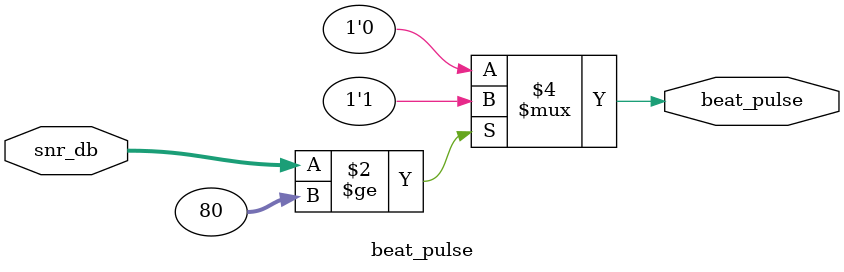
<source format=sv>
`timescale 1ns/1ns
module beat_pulse #(
	 parameter SNR_WIDTH = 16,
    parameter THRESHOLD = 80
) (
    input  logic [SNR_WIDTH-1:0]  snr_db,     // 0-84
    output logic                  beat_pulse
);

always_comb begin
	if (snr_db >= THRESHOLD) begin
		beat_pulse = 1'b1;
	end
	else begin
		beat_pulse = 1'b0;
	end
end

endmodule

</source>
